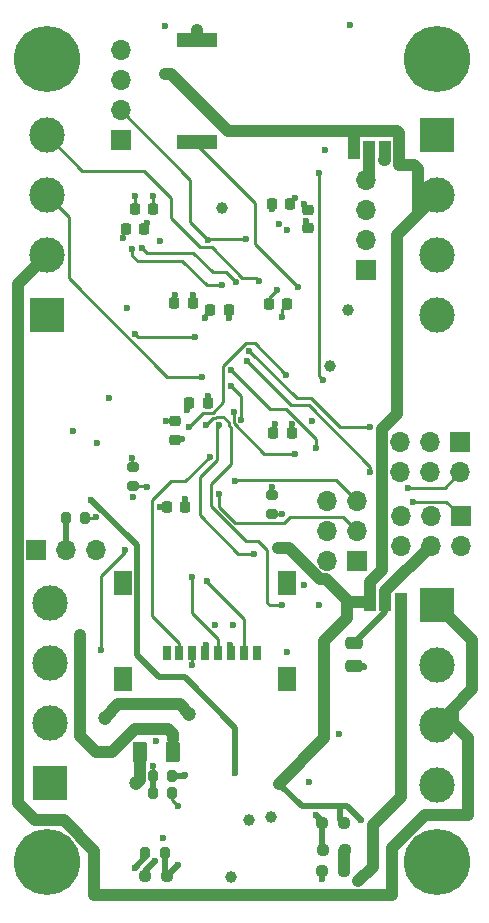
<source format=gbr>
%TF.GenerationSoftware,KiCad,Pcbnew,7.0.5*%
%TF.CreationDate,2023-08-09T18:59:09-07:00*%
%TF.ProjectId,lyra r1,6c797261-2072-4312-9e6b-696361645f70,rev?*%
%TF.SameCoordinates,Original*%
%TF.FileFunction,Copper,L4,Bot*%
%TF.FilePolarity,Positive*%
%FSLAX46Y46*%
G04 Gerber Fmt 4.6, Leading zero omitted, Abs format (unit mm)*
G04 Created by KiCad (PCBNEW 7.0.5) date 2023-08-09 18:59:09*
%MOMM*%
%LPD*%
G01*
G04 APERTURE LIST*
G04 Aperture macros list*
%AMRoundRect*
0 Rectangle with rounded corners*
0 $1 Rounding radius*
0 $2 $3 $4 $5 $6 $7 $8 $9 X,Y pos of 4 corners*
0 Add a 4 corners polygon primitive as box body*
4,1,4,$2,$3,$4,$5,$6,$7,$8,$9,$2,$3,0*
0 Add four circle primitives for the rounded corners*
1,1,$1+$1,$2,$3*
1,1,$1+$1,$4,$5*
1,1,$1+$1,$6,$7*
1,1,$1+$1,$8,$9*
0 Add four rect primitives between the rounded corners*
20,1,$1+$1,$2,$3,$4,$5,0*
20,1,$1+$1,$4,$5,$6,$7,0*
20,1,$1+$1,$6,$7,$8,$9,0*
20,1,$1+$1,$8,$9,$2,$3,0*%
G04 Aperture macros list end*
%TA.AperFunction,ComponentPad*%
%ADD10C,5.600000*%
%TD*%
%TA.AperFunction,ComponentPad*%
%ADD11R,1.700000X1.700000*%
%TD*%
%TA.AperFunction,ComponentPad*%
%ADD12O,1.700000X1.700000*%
%TD*%
%TA.AperFunction,ComponentPad*%
%ADD13R,3.000000X3.000000*%
%TD*%
%TA.AperFunction,ComponentPad*%
%ADD14C,3.000000*%
%TD*%
%TA.AperFunction,SMDPad,CuDef*%
%ADD15RoundRect,0.237500X-0.250000X-0.237500X0.250000X-0.237500X0.250000X0.237500X-0.250000X0.237500X0*%
%TD*%
%TA.AperFunction,SMDPad,CuDef*%
%ADD16RoundRect,0.200000X-0.275000X0.200000X-0.275000X-0.200000X0.275000X-0.200000X0.275000X0.200000X0*%
%TD*%
%TA.AperFunction,SMDPad,CuDef*%
%ADD17RoundRect,0.225000X-0.225000X-0.250000X0.225000X-0.250000X0.225000X0.250000X-0.225000X0.250000X0*%
%TD*%
%TA.AperFunction,SMDPad,CuDef*%
%ADD18RoundRect,0.225000X0.225000X0.250000X-0.225000X0.250000X-0.225000X-0.250000X0.225000X-0.250000X0*%
%TD*%
%TA.AperFunction,SMDPad,CuDef*%
%ADD19RoundRect,0.200000X0.200000X0.275000X-0.200000X0.275000X-0.200000X-0.275000X0.200000X-0.275000X0*%
%TD*%
%TA.AperFunction,SMDPad,CuDef*%
%ADD20RoundRect,0.200000X-0.200000X-0.275000X0.200000X-0.275000X0.200000X0.275000X-0.200000X0.275000X0*%
%TD*%
%TA.AperFunction,SMDPad,CuDef*%
%ADD21R,1.000000X1.500000*%
%TD*%
%TA.AperFunction,SMDPad,CuDef*%
%ADD22RoundRect,0.225000X0.250000X-0.225000X0.250000X0.225000X-0.250000X0.225000X-0.250000X-0.225000X0*%
%TD*%
%TA.AperFunction,SMDPad,CuDef*%
%ADD23RoundRect,0.225000X-0.250000X0.225000X-0.250000X-0.225000X0.250000X-0.225000X0.250000X0.225000X0*%
%TD*%
%TA.AperFunction,SMDPad,CuDef*%
%ADD24RoundRect,0.250000X0.375000X0.625000X-0.375000X0.625000X-0.375000X-0.625000X0.375000X-0.625000X0*%
%TD*%
%TA.AperFunction,SMDPad,CuDef*%
%ADD25R,3.400000X1.300000*%
%TD*%
%TA.AperFunction,SMDPad,CuDef*%
%ADD26R,1.500000X2.000000*%
%TD*%
%TA.AperFunction,SMDPad,CuDef*%
%ADD27R,0.800000X1.200000*%
%TD*%
%TA.AperFunction,SMDPad,CuDef*%
%ADD28RoundRect,0.237500X0.250000X0.237500X-0.250000X0.237500X-0.250000X-0.237500X0.250000X-0.237500X0*%
%TD*%
%TA.AperFunction,SMDPad,CuDef*%
%ADD29RoundRect,0.250000X-0.475000X0.250000X-0.475000X-0.250000X0.475000X-0.250000X0.475000X0.250000X0*%
%TD*%
%TA.AperFunction,ViaPad*%
%ADD30C,0.600000*%
%TD*%
%TA.AperFunction,ViaPad*%
%ADD31C,1.000000*%
%TD*%
%TA.AperFunction,ViaPad*%
%ADD32C,1.200000*%
%TD*%
%TA.AperFunction,Conductor*%
%ADD33C,0.254000*%
%TD*%
%TA.AperFunction,Conductor*%
%ADD34C,1.000000*%
%TD*%
%TA.AperFunction,Conductor*%
%ADD35C,0.750000*%
%TD*%
%TA.AperFunction,Conductor*%
%ADD36C,0.500000*%
%TD*%
G04 APERTURE END LIST*
D10*
%TO.P,H1,1,1*%
%TO.N,GND*%
X128750000Y-86750000D03*
%TD*%
D11*
%TO.P,J6,1,Pin_1*%
%TO.N,SERVO3*%
X163790000Y-125460000D03*
D12*
%TO.P,J6,2,Pin_2*%
%TO.N,SERVO4*%
X163790000Y-128000000D03*
%TO.P,J6,3,Pin_3*%
%TO.N,SERVO POWER*%
X161250000Y-125460000D03*
%TO.P,J6,4,Pin_4*%
X161250000Y-128000000D03*
%TO.P,J6,5,Pin_5*%
%TO.N,GND*%
X158710000Y-125460000D03*
%TO.P,J6,6,Pin_6*%
X158710000Y-128000000D03*
%TD*%
D11*
%TO.P,J10,1,Pin_1*%
%TO.N,GND*%
X127827800Y-128320800D03*
D12*
%TO.P,J10,2,Pin_2*%
%TO.N,Net-(J10-Pin_2)*%
X130367800Y-128320800D03*
%TO.P,J10,3,Pin_3*%
%TO.N,+3V3*%
X132907800Y-128320800D03*
%TD*%
D13*
%TO.P,J12,1,Pin_1*%
%TO.N,ARM-*%
X161750000Y-133010000D03*
D14*
%TO.P,J12,2,Pin_2*%
%TO.N,P1-*%
X161750000Y-138090000D03*
%TO.P,J12,3,Pin_3*%
%TO.N,ARM-*%
X161750000Y-143170000D03*
%TO.P,J12,4,Pin_4*%
%TO.N,P2-*%
X161750000Y-148250000D03*
%TD*%
D13*
%TO.P,J11,1,Pin_1*%
%TO.N,+3V3*%
X161750000Y-93250000D03*
D14*
%TO.P,J11,2,Pin_2*%
%TO.N,+5V*%
X161750000Y-98330000D03*
%TO.P,J11,3,Pin_3*%
%TO.N,GND*%
X161750000Y-103410000D03*
%TO.P,J11,4,Pin_4*%
%TO.N,PA1*%
X161750000Y-108490000D03*
%TD*%
D11*
%TO.P,J8,1,Pin_1*%
%TO.N,GND*%
X155025000Y-129275000D03*
D12*
%TO.P,J8,2,Pin_2*%
%TO.N,SPI POWER*%
X152485000Y-129275000D03*
%TO.P,J8,3,Pin_3*%
%TO.N,SCK*%
X155025000Y-126735000D03*
%TO.P,J8,4,Pin_4*%
%TO.N,MOSI*%
X152485000Y-126735000D03*
%TO.P,J8,5,Pin_5*%
%TO.N,MISO*%
X155025000Y-124195000D03*
%TO.P,J8,6,Pin_6*%
%TO.N,CS BRKOUT*%
X152485000Y-124195000D03*
%TD*%
D13*
%TO.P,J5,1,Pin_1*%
%TO.N,+12P*%
X128750000Y-108490000D03*
D14*
%TO.P,J5,2,Pin_2*%
%TO.N,ARM-*%
X128750000Y-103410000D03*
%TO.P,J5,3,Pin_3*%
%TO.N,PB6*%
X128750000Y-98330000D03*
%TO.P,J5,4,Pin_4*%
%TO.N,PA4*%
X128750000Y-93250000D03*
%TD*%
D11*
%TO.P,J4,1,Pin_1*%
%TO.N,GND*%
X135000000Y-93620000D03*
D12*
%TO.P,J4,2,Pin_2*%
%TO.N,SDA*%
X135000000Y-91080000D03*
%TO.P,J4,3,Pin_3*%
%TO.N,SCL*%
X135000000Y-88540000D03*
%TO.P,J4,4,Pin_4*%
%TO.N,I2C POWER*%
X135000000Y-86000000D03*
%TD*%
D13*
%TO.P,J3,1,Pin_1*%
%TO.N,BATT PRESWITCH*%
X129000000Y-148120000D03*
D14*
%TO.P,J3,2,Pin_2*%
%TO.N,GND*%
X129000000Y-143040000D03*
%TO.P,J3,3,Pin_3*%
%TO.N,BATT PRESWITCH*%
X129000000Y-137960000D03*
%TO.P,J3,4,Pin_4*%
%TO.N,+BATT*%
X129000000Y-132880000D03*
%TD*%
D11*
%TO.P,J2,1,Pin_1*%
%TO.N,GND*%
X155750000Y-104620000D03*
D12*
%TO.P,J2,2,Pin_2*%
%TO.N,USART2 TX*%
X155750000Y-102080000D03*
%TO.P,J2,3,Pin_3*%
%TO.N,USART2 RX*%
X155750000Y-99540000D03*
%TO.P,J2,4,Pin_4*%
%TO.N,UART POWER*%
X155750000Y-97000000D03*
%TD*%
D10*
%TO.P,H4,1,1*%
%TO.N,GND*%
X161750000Y-154750000D03*
%TD*%
%TO.P,H2,1,1*%
%TO.N,GND*%
X161750000Y-86750000D03*
%TD*%
D11*
%TO.P,J7,1,Pin_1*%
%TO.N,SERVO1*%
X163775000Y-119210000D03*
D12*
%TO.P,J7,2,Pin_2*%
%TO.N,SERVO2*%
X163775000Y-121750000D03*
%TO.P,J7,3,Pin_3*%
%TO.N,SERVO POWER*%
X161235000Y-119210000D03*
%TO.P,J7,4,Pin_4*%
X161235000Y-121750000D03*
%TO.P,J7,5,Pin_5*%
%TO.N,GND*%
X158695000Y-119210000D03*
%TO.P,J7,6,Pin_6*%
X158695000Y-121750000D03*
%TD*%
D10*
%TO.P,H3,1,1*%
%TO.N,GND*%
X128750000Y-154750000D03*
%TD*%
D15*
%TO.P,R3,1*%
%TO.N,Net-(U2-ADJ)*%
X152175000Y-153750000D03*
%TO.P,R3,2*%
%TO.N,Net-(R3-Pad2)*%
X154000000Y-153750000D03*
%TD*%
D16*
%TO.P,R11,1*%
%TO.N,Net-(D3-A)*%
X136042400Y-121298200D03*
%TO.P,R11,2*%
%TO.N,+3V3*%
X136042400Y-122948200D03*
%TD*%
D17*
%TO.P,C22,1*%
%TO.N,GND*%
X139560000Y-107442000D03*
%TO.P,C22,2*%
%TO.N,+3V3*%
X141110000Y-107442000D03*
%TD*%
D18*
%TO.P,C6,1*%
%TO.N,+3V3*%
X137020600Y-101193600D03*
%TO.P,C6,2*%
%TO.N,GND*%
X135470600Y-101193600D03*
%TD*%
D19*
%TO.P,R1,1*%
%TO.N,Net-(U1-ADJ)*%
X138750000Y-154000000D03*
%TO.P,R1,2*%
%TO.N,GND*%
X137100000Y-154000000D03*
%TD*%
D20*
%TO.P,R14,1*%
%TO.N,BATT SENSE*%
X137732000Y-147471000D03*
%TO.P,R14,2*%
%TO.N,GND*%
X139382000Y-147471000D03*
%TD*%
D18*
%TO.P,C8,1*%
%TO.N,+3V3*%
X149365000Y-99060000D03*
%TO.P,C8,2*%
%TO.N,GND*%
X147815000Y-99060000D03*
%TD*%
D17*
%TO.P,C20,1*%
%TO.N,GND*%
X147942000Y-118491000D03*
%TO.P,C20,2*%
%TO.N,+3V3*%
X149492000Y-118491000D03*
%TD*%
D15*
%TO.P,R5,1*%
%TO.N,+3V3*%
X137087500Y-156000000D03*
%TO.P,R5,2*%
%TO.N,Net-(U1-ADJ)*%
X138912500Y-156000000D03*
%TD*%
D19*
%TO.P,R13,1*%
%TO.N,+12V*%
X139382000Y-148971000D03*
%TO.P,R13,2*%
%TO.N,BATT SENSE*%
X137732000Y-148971000D03*
%TD*%
D21*
%TO.P,JP2,1,A*%
%TO.N,+3V3*%
X157357600Y-94488000D03*
%TO.P,JP2,2,C*%
%TO.N,UART POWER*%
X156057600Y-94488000D03*
%TO.P,JP2,3,B*%
%TO.N,+5V*%
X154757600Y-94488000D03*
%TD*%
D17*
%TO.P,C5,1*%
%TO.N,+3V3*%
X136225000Y-99466400D03*
%TO.P,C5,2*%
%TO.N,GND*%
X137775000Y-99466400D03*
%TD*%
%TO.P,C14,1*%
%TO.N,Net-(U7-VCAP_2)*%
X140830000Y-115951000D03*
%TO.P,C14,2*%
%TO.N,GND*%
X142380000Y-115951000D03*
%TD*%
D19*
%TO.P,R19,1*%
%TO.N,BOOT0*%
X131990600Y-125628400D03*
%TO.P,R19,2*%
%TO.N,Net-(J10-Pin_2)*%
X130340600Y-125628400D03*
%TD*%
D22*
%TO.P,C21,1*%
%TO.N,GND*%
X139573000Y-119012000D03*
%TO.P,C21,2*%
%TO.N,+3V3*%
X139573000Y-117462000D03*
%TD*%
D17*
%TO.P,C10,1*%
%TO.N,GND*%
X138925000Y-124714000D03*
%TO.P,C10,2*%
%TO.N,+3V3*%
X140475000Y-124714000D03*
%TD*%
D18*
%TO.P,C17,1*%
%TO.N,GND*%
X149111000Y-107569000D03*
%TO.P,C17,2*%
%TO.N,+3V3*%
X147561000Y-107569000D03*
%TD*%
D23*
%TO.P,C7,1*%
%TO.N,+3V3*%
X150876000Y-99555000D03*
%TO.P,C7,2*%
%TO.N,GND*%
X150876000Y-101105000D03*
%TD*%
D24*
%TO.P,F2,1*%
%TO.N,+12P*%
X139423600Y-145491200D03*
%TO.P,F2,2*%
%TO.N,Net-(F2-Pad2)*%
X136623600Y-145491200D03*
%TD*%
D25*
%TO.P,LS1,1,+*%
%TO.N,BUZZER*%
X141500000Y-93850000D03*
%TO.P,LS1,2,-*%
%TO.N,GND*%
X141500000Y-85150000D03*
%TD*%
D26*
%TO.P,J9,MP1,MP1*%
%TO.N,unconnected-(J9-PadMP1)*%
X149058000Y-139318000D03*
%TO.P,J9,MP2,MP2*%
%TO.N,unconnected-(J9-PadMP2)*%
X135168000Y-139318000D03*
%TO.P,J9,MP3,MP3*%
%TO.N,unconnected-(J9-PadMP3)*%
X135168000Y-131118000D03*
%TO.P,J9,MP4,MP4*%
%TO.N,unconnected-(J9-PadMP4)*%
X149058000Y-131118000D03*
D27*
%TO.P,J9,P1,DAT2*%
%TO.N,unconnected-(J9-DAT2-PadP1)*%
X138888000Y-137118000D03*
%TO.P,J9,P2,CD/DAT3*%
%TO.N,CS SD*%
X139988000Y-137118000D03*
%TO.P,J9,P3,CMD*%
%TO.N,MOSI*%
X141088000Y-137118000D03*
%TO.P,J9,P4,VDD*%
%TO.N,+3V3*%
X142188000Y-137118000D03*
%TO.P,J9,P5,CLK*%
%TO.N,SCK*%
X143288000Y-137118000D03*
%TO.P,J9,P6,VSS*%
%TO.N,GND*%
X144388000Y-137118000D03*
%TO.P,J9,P7,DAT0*%
%TO.N,MISO*%
X145488000Y-137118000D03*
%TO.P,J9,P8,DAT1*%
%TO.N,unconnected-(J9-DAT1-PadP8)*%
X146588000Y-137118000D03*
%TD*%
D28*
%TO.P,R6,1*%
%TO.N,+5V*%
X153912500Y-151500000D03*
%TO.P,R6,2*%
%TO.N,Net-(U2-ADJ)*%
X152087500Y-151500000D03*
%TD*%
%TO.P,R4,1*%
%TO.N,Net-(R3-Pad2)*%
X153912500Y-155500000D03*
%TO.P,R4,2*%
%TO.N,GND*%
X152087500Y-155500000D03*
%TD*%
D16*
%TO.P,R7,1*%
%TO.N,Net-(D5-A)*%
X147828000Y-123675000D03*
%TO.P,R7,2*%
%TO.N,+3V3*%
X147828000Y-125325000D03*
%TD*%
D21*
%TO.P,JP4,1,A*%
%TO.N,+12V*%
X158729200Y-132801100D03*
%TO.P,JP4,2,C*%
%TO.N,SERVO POWER*%
X157429200Y-132801100D03*
%TO.P,JP4,3,B*%
%TO.N,+5V*%
X156129200Y-132801100D03*
%TD*%
D17*
%TO.P,C13,1*%
%TO.N,Net-(U7-VCAP_1)*%
X142608000Y-108077000D03*
%TO.P,C13,2*%
%TO.N,GND*%
X144158000Y-108077000D03*
%TD*%
D29*
%TO.P,C15,1*%
%TO.N,SERVO POWER*%
X154787600Y-136260800D03*
%TO.P,C15,2*%
%TO.N,GND*%
X154787600Y-138160800D03*
%TD*%
D30*
%TO.N,GND*%
X152349200Y-94488000D03*
X154432000Y-83921600D03*
D31*
%TO.N,+12P*%
X131572000Y-135534400D03*
D30*
%TO.N,+12V*%
X155143200Y-156381600D03*
X139903200Y-150063200D03*
%TO.N,GND*%
X151790400Y-133045200D03*
X144153145Y-108743021D03*
X144526000Y-134747000D03*
X137972800Y-144526000D03*
X150672800Y-100504500D03*
X148437600Y-100736400D03*
X138328400Y-102158800D03*
X152095200Y-156210000D03*
X153466800Y-143967200D03*
X141478000Y-84328000D03*
D31*
X152755600Y-112776000D03*
D30*
X140462000Y-147421600D03*
X139573000Y-106807000D03*
X134010400Y-115519200D03*
X144285000Y-136398000D03*
X142367000Y-115316000D03*
X140208000Y-118999000D03*
X137718800Y-98399600D03*
D31*
X144373600Y-156083000D03*
D30*
X135534400Y-107848400D03*
X149117900Y-137038500D03*
X136042400Y-123850400D03*
D31*
X147777200Y-150926800D03*
D30*
X148082000Y-117729000D03*
X136194800Y-155244800D03*
X147815000Y-99499484D03*
X155651200Y-138226800D03*
D31*
X145846800Y-151180800D03*
D30*
X150926800Y-148031200D03*
X138303000Y-124714000D03*
X148660622Y-108669025D03*
X131013200Y-118262400D03*
X135229600Y-101955600D03*
%TO.N,+3V3*%
X137210800Y-100685600D03*
X138734800Y-83972400D03*
D31*
X157327600Y-95351600D03*
D30*
X149479000Y-117729000D03*
X149809200Y-98552000D03*
X136245600Y-98399600D03*
X148699502Y-125349000D03*
X137922000Y-154686000D03*
X138582400Y-152755600D03*
X143002000Y-134747000D03*
X138874500Y-117411500D03*
X140462000Y-124079000D03*
X142240000Y-136398000D03*
X137241900Y-122986800D03*
X150495000Y-99060000D03*
D31*
X143560800Y-99423500D03*
D30*
X148234400Y-106375200D03*
X151231600Y-117398800D03*
X149098000Y-101244400D03*
D31*
X154228800Y-108000800D03*
D30*
X150520400Y-131318000D03*
X141097000Y-106807000D03*
X132994400Y-119329200D03*
D31*
%TO.N,+5V*%
X148336000Y-128219200D03*
D30*
X155346400Y-151231600D03*
X148386800Y-148132800D03*
X138734800Y-88036400D03*
%TO.N,RESET*%
X152146000Y-113995200D03*
X151790400Y-96469200D03*
%TO.N,Net-(U7-VCAP_1)*%
X142181839Y-108682460D03*
%TO.N,Net-(U7-VCAP_2)*%
X140586404Y-116488497D03*
%TO.N,VBUS*%
X132537200Y-124104400D03*
X144729200Y-147269200D03*
%TO.N,Net-(D5-A)*%
X147828000Y-123063000D03*
%TO.N,Net-(D3-A)*%
X135991600Y-120548400D03*
D31*
%TO.N,+12P*%
X139446000Y-144373600D03*
D32*
%TO.N,Net-(F2-Pad2)*%
X136347200Y-148082000D03*
%TO.N,BATT PRESWITCH*%
X140817600Y-142240000D03*
X133654800Y-142595600D03*
D30*
%TO.N,MOSI*%
X141020800Y-138125200D03*
%TO.N,MISO*%
X144678400Y-122478800D03*
X142341600Y-131013200D03*
%TO.N,SCK*%
X141071600Y-130657600D03*
X143353807Y-123592607D03*
%TO.N,CS BRKOUT*%
X144594693Y-116703607D03*
X149758400Y-120192800D03*
%TO.N,SDA*%
X145592800Y-102057200D03*
X142403596Y-102108500D03*
%TO.N,SERVO3*%
X159735500Y-124256800D03*
%TO.N,SERVO4*%
X144365691Y-113134409D03*
X151575997Y-119746803D03*
%TO.N,SERVO1*%
X156151566Y-117979441D03*
X145846800Y-111506000D03*
%TO.N,SERVO2*%
X156145500Y-121767600D03*
X159359600Y-123088400D03*
X145694400Y-112318800D03*
%TO.N,CS SD*%
X142544800Y-120446800D03*
%TO.N,BOOT0*%
X132921623Y-125548777D03*
%TO.N,BUZZER*%
X150059003Y-106117003D03*
%TO.N,P1 EN*%
X148640800Y-133045200D03*
X142256662Y-117786651D03*
%TO.N,P2 EN*%
X143345224Y-117751604D03*
X146304000Y-128676400D03*
%TO.N,Net-(U1-ADJ)*%
X139903200Y-155041600D03*
%TO.N,Net-(U2-ADJ)*%
X151587200Y-150825200D03*
%TO.N,BATT SENSE*%
X137718800Y-146659600D03*
X149037019Y-113557932D03*
X135382000Y-128320800D03*
X133350000Y-136804400D03*
X140803403Y-117943403D03*
%TO.N,GYRO INT4*%
X136006446Y-102868933D03*
X143626500Y-105954723D03*
%TO.N,GYRO INT3*%
X144768797Y-105675203D03*
X136804400Y-102819200D03*
%TO.N,PA4*%
X146703457Y-105555457D03*
%TO.N,PYRO SENSE*%
X136194800Y-110075000D03*
X141325600Y-110337600D03*
%TO.N,PB6*%
X141884400Y-113690400D03*
X145237200Y-117364900D03*
X144373600Y-114452400D03*
%TD*%
D33*
%TO.N,GND*%
X137718800Y-99410200D02*
X137775000Y-99466400D01*
X137718800Y-98399600D02*
X137718800Y-99410200D01*
%TO.N,+3V3*%
X136245600Y-98399600D02*
X136245600Y-99445800D01*
X136245600Y-99445800D02*
X136225000Y-99466400D01*
X137210800Y-100685600D02*
X137020600Y-100875800D01*
X137020600Y-100875800D02*
X137020600Y-101193600D01*
%TO.N,GYRO INT3*%
X137210800Y-103225600D02*
X136804400Y-102819200D01*
X142798800Y-104851200D02*
X141173200Y-103225600D01*
X141173200Y-103225600D02*
X137210800Y-103225600D01*
X143944794Y-104851200D02*
X142798800Y-104851200D01*
X144768797Y-105675203D02*
X143944794Y-104851200D01*
D34*
%TO.N,BATT PRESWITCH*%
X134823200Y-141427200D02*
X140004800Y-141427200D01*
X133654800Y-142595600D02*
X134823200Y-141427200D01*
X140004800Y-141427200D02*
X140817600Y-142240000D01*
%TO.N,+12P*%
X131572000Y-144068800D02*
X131572000Y-135534400D01*
X134264400Y-145440400D02*
X132943600Y-145440400D01*
X136178800Y-143526000D02*
X134264400Y-145440400D01*
X139004800Y-143526000D02*
X136178800Y-143526000D01*
X139446000Y-143967200D02*
X139004800Y-143526000D01*
X132943600Y-145440400D02*
X131572000Y-144068800D01*
X139446000Y-144373600D02*
X139446000Y-143967200D01*
D35*
X139423600Y-145491200D02*
X139423600Y-144739363D01*
D36*
%TO.N,VBUS*%
X140462000Y-139141200D02*
X144729200Y-143408400D01*
X144729200Y-143408400D02*
X144729200Y-147269200D01*
X136368000Y-137231600D02*
X138277600Y-139141200D01*
X136368000Y-127935200D02*
X136368000Y-137231600D01*
X138277600Y-139141200D02*
X140462000Y-139141200D01*
X132537200Y-124104400D02*
X136368000Y-127935200D01*
D34*
%TO.N,+5V*%
X154382914Y-132801100D02*
X156129200Y-132801100D01*
X154162000Y-132580186D02*
X154382914Y-132801100D01*
%TO.N,+12V*%
X156362400Y-151638000D02*
X156362400Y-155162400D01*
X158729200Y-149271200D02*
X156362400Y-151638000D01*
X156362400Y-155162400D02*
X155143200Y-156381600D01*
X158729200Y-132801100D02*
X158729200Y-149271200D01*
D36*
%TO.N,+5V*%
X155346400Y-151231600D02*
X154190000Y-150075200D01*
X154190000Y-150075200D02*
X153619200Y-150075200D01*
D33*
%TO.N,GYRO INT4*%
X136006446Y-103443646D02*
X136006446Y-102868933D01*
X140208000Y-103886000D02*
X136448800Y-103886000D01*
X142276723Y-105954723D02*
X140208000Y-103886000D01*
X143626500Y-105954723D02*
X142276723Y-105954723D01*
X136448800Y-103886000D02*
X136006446Y-103443646D01*
%TO.N,PA4*%
X131766000Y-96266000D02*
X128750000Y-93250000D01*
X139242800Y-98552000D02*
X136956800Y-96266000D01*
X141698600Y-102735000D02*
X139242800Y-100279200D01*
X139242800Y-100279200D02*
X139242800Y-98552000D01*
X145317451Y-105337851D02*
X142714600Y-102735000D01*
X142714600Y-102735000D02*
X141698600Y-102735000D01*
X146485851Y-105337851D02*
X145317451Y-105337851D01*
X136956800Y-96266000D02*
X131766000Y-96266000D01*
X146703457Y-105555457D02*
X146485851Y-105337851D01*
%TO.N,SDA*%
X140919200Y-96999200D02*
X135000000Y-91080000D01*
X140919200Y-100624104D02*
X140919200Y-96999200D01*
X142403596Y-102108500D02*
X140919200Y-100624104D01*
%TO.N,BUZZER*%
X141500000Y-94052800D02*
X141500000Y-93850000D01*
X146405600Y-98958400D02*
X141500000Y-94052800D01*
X146405600Y-102463600D02*
X146405600Y-98958400D01*
X150059003Y-106117003D02*
X146405600Y-102463600D01*
%TO.N,CS SD*%
X137676000Y-124096400D02*
X137676000Y-133916800D01*
X139242800Y-122529600D02*
X137676000Y-124096400D01*
X140462000Y-122529600D02*
X139242800Y-122529600D01*
X137676000Y-133916800D02*
X139988000Y-136228800D01*
X139988000Y-136228800D02*
X139988000Y-137118000D01*
X142544800Y-120446800D02*
X140462000Y-122529600D01*
%TO.N,P1 EN*%
X142256662Y-117765426D02*
X142256662Y-117786651D01*
X142793088Y-117229000D02*
X142256662Y-117765426D01*
X143134699Y-117094000D02*
X142999699Y-117229000D01*
X143713200Y-117094000D02*
X143134699Y-117094000D01*
X144140693Y-117521493D02*
X143713200Y-117094000D01*
X144140693Y-117797158D02*
X144140693Y-117521493D01*
X144373600Y-118030065D02*
X144140693Y-117797158D01*
X144373600Y-121056400D02*
X144373600Y-118030065D01*
X142646400Y-124651512D02*
X142646400Y-122783600D01*
X145604488Y-127609600D02*
X142646400Y-124651512D01*
X147421600Y-128371600D02*
X146659600Y-127609600D01*
X142999699Y-117229000D02*
X142793088Y-117229000D01*
X142646400Y-122783600D02*
X144373600Y-121056400D01*
X147624800Y-133045200D02*
X147421600Y-132842000D01*
X148640800Y-133045200D02*
X147624800Y-133045200D01*
X147421600Y-132842000D02*
X147421600Y-128371600D01*
X146659600Y-127609600D02*
X145604488Y-127609600D01*
%TO.N,SERVO4*%
X147614082Y-116382800D02*
X144365691Y-113134409D01*
X149019512Y-116382800D02*
X147614082Y-116382800D01*
X151575997Y-118939285D02*
X149019512Y-116382800D01*
X151575997Y-119746803D02*
X151575997Y-118939285D01*
D34*
%TO.N,+5V*%
X160223200Y-96134400D02*
X159816800Y-95728000D01*
X160223200Y-99856800D02*
X160223200Y-96134400D01*
X159885000Y-100195000D02*
X160223200Y-99856800D01*
D33*
%TO.N,+12V*%
X139382000Y-149542000D02*
X139903200Y-150063200D01*
X139382000Y-148971000D02*
X139382000Y-149542000D01*
%TO.N,GND*%
X142380000Y-115329000D02*
X142367000Y-115316000D01*
D36*
X155585200Y-138160800D02*
X155651200Y-138226800D01*
X140412600Y-147471000D02*
X140462000Y-147421600D01*
D33*
X150672800Y-100504500D02*
X150876000Y-100707700D01*
D36*
X144158000Y-108077000D02*
X144158000Y-108738166D01*
D33*
X140195000Y-119012000D02*
X140208000Y-118999000D01*
X139573000Y-119012000D02*
X140195000Y-119012000D01*
X135229600Y-101434600D02*
X135470600Y-101193600D01*
X147815000Y-99499484D02*
X147815000Y-99060000D01*
D34*
X141500000Y-85150000D02*
X141500000Y-84350000D01*
D33*
X135229600Y-101955600D02*
X135229600Y-101434600D01*
X148660622Y-108019378D02*
X149111000Y-107569000D01*
D36*
X139382000Y-147471000D02*
X140412600Y-147471000D01*
D33*
X138925000Y-124714000D02*
X138303000Y-124714000D01*
X148082000Y-118351000D02*
X147942000Y-118491000D01*
X148660622Y-108669025D02*
X148660622Y-108019378D01*
D36*
X154787600Y-138160800D02*
X155585200Y-138160800D01*
D34*
X141500000Y-84350000D02*
X141478000Y-84328000D01*
D36*
X152087500Y-156202300D02*
X152095200Y-156210000D01*
D33*
X142380000Y-115951000D02*
X142380000Y-115329000D01*
D36*
X144158000Y-108738166D02*
X144153145Y-108743021D01*
X152087500Y-155500000D02*
X152087500Y-156202300D01*
X137100000Y-154339600D02*
X137100000Y-154000000D01*
D33*
X148082000Y-117729000D02*
X148082000Y-118351000D01*
X139560000Y-107442000D02*
X139560000Y-106820000D01*
D36*
X136194800Y-155244800D02*
X137100000Y-154339600D01*
D33*
X150876000Y-100707700D02*
X150876000Y-101105000D01*
X139560000Y-106820000D02*
X139573000Y-106807000D01*
%TO.N,+3V3*%
X147561000Y-107048600D02*
X147561000Y-107569000D01*
X141097000Y-106807000D02*
X141097000Y-107429000D01*
D36*
X137087500Y-155520500D02*
X137922000Y-154686000D01*
D33*
X148234400Y-106375200D02*
X147561000Y-107048600D01*
D34*
X157357600Y-95321600D02*
X157327600Y-95351600D01*
D33*
X140462000Y-124701000D02*
X140475000Y-124714000D01*
X142240000Y-136398000D02*
X142130000Y-136508000D01*
X141097000Y-107429000D02*
X141110000Y-107442000D01*
X137203300Y-122948200D02*
X137241900Y-122986800D01*
X149479000Y-117729000D02*
X149479000Y-118478000D01*
D34*
X157357600Y-94488000D02*
X157357600Y-95321600D01*
D33*
X148675502Y-125325000D02*
X148699502Y-125349000D01*
X149479000Y-118478000D02*
X149492000Y-118491000D01*
X147828000Y-125325000D02*
X148675502Y-125325000D01*
X136042400Y-122948200D02*
X137203300Y-122948200D01*
D36*
X137087500Y-156000000D02*
X137087500Y-155520500D01*
D33*
X140462000Y-124079000D02*
X140462000Y-124701000D01*
D34*
%TO.N,+5V*%
X149237168Y-128219200D02*
X148336000Y-128219200D01*
X158557600Y-95728000D02*
X158557600Y-93038000D01*
D36*
X153619200Y-151206700D02*
X153912500Y-151500000D01*
X150329200Y-150075200D02*
X148386800Y-148132800D01*
D34*
X157145000Y-130035300D02*
X157145000Y-118089400D01*
X154757600Y-93086400D02*
X154584400Y-92913200D01*
X159885000Y-100195000D02*
X161750000Y-98330000D01*
X158394400Y-101685600D02*
X159885000Y-100195000D01*
X151842968Y-130825000D02*
X149237168Y-128219200D01*
X144105232Y-92913200D02*
X139228432Y-88036400D01*
X139228432Y-88036400D02*
X138734800Y-88036400D01*
X158432800Y-92913200D02*
X154584400Y-92913200D01*
X157145000Y-118089400D02*
X158394400Y-116840000D01*
X148386800Y-148132800D02*
X152231600Y-144288000D01*
X159816800Y-95728000D02*
X158557600Y-95728000D01*
X152406814Y-130825000D02*
X151842968Y-130825000D01*
X158557600Y-93038000D02*
X158432800Y-92913200D01*
X154061400Y-134198600D02*
X154162000Y-134098000D01*
X154757600Y-94488000D02*
X154757600Y-93086400D01*
X156129200Y-131051100D02*
X157145000Y-130035300D01*
X152231600Y-144288000D02*
X152231600Y-136028400D01*
X154162000Y-132580186D02*
X152406814Y-130825000D01*
X152231600Y-136028400D02*
X154061400Y-134198600D01*
X158394400Y-116840000D02*
X158394400Y-101685600D01*
X154584400Y-92913200D02*
X144105232Y-92913200D01*
X156129200Y-132801100D02*
X156129200Y-131051100D01*
X154162000Y-134098000D02*
X154162000Y-132580186D01*
D36*
X153619200Y-150075200D02*
X150329200Y-150075200D01*
X153619200Y-150075200D02*
X153619200Y-151206700D01*
D33*
%TO.N,RESET*%
X151790400Y-113639600D02*
X152146000Y-113995200D01*
X151790400Y-96469200D02*
X151790400Y-113639600D01*
%TO.N,Net-(U7-VCAP_1)*%
X142181839Y-108682460D02*
X142181839Y-108376161D01*
X142181839Y-108376161D02*
X142608000Y-107950000D01*
%TO.N,Net-(U7-VCAP_2)*%
X140586404Y-116488497D02*
X140623479Y-116488497D01*
X140586404Y-116488497D02*
X140656000Y-116418901D01*
X140586404Y-116194596D02*
X140830000Y-115951000D01*
%TO.N,Net-(D5-A)*%
X147828000Y-123063000D02*
X147828000Y-123675000D01*
%TO.N,Net-(D3-A)*%
X135991600Y-121247400D02*
X136042400Y-121298200D01*
X135991600Y-120548400D02*
X135991600Y-121247400D01*
D34*
%TO.N,Net-(F2-Pad2)*%
X136623600Y-147805600D02*
X136347200Y-148082000D01*
X136623600Y-145491200D02*
X136623600Y-147805600D01*
%TO.N,ARM-*%
X163102600Y-142985800D02*
X163102600Y-141817400D01*
X126277800Y-105882200D02*
X126277800Y-149797800D01*
X164388800Y-144272000D02*
X163102600Y-142985800D01*
X161750000Y-133010000D02*
X164750000Y-136010000D01*
X163102600Y-141817400D02*
X161750000Y-143170000D01*
X132791200Y-157581600D02*
X157988000Y-157581600D01*
X126277800Y-149797800D02*
X127711600Y-151231600D01*
X160775852Y-150774400D02*
X164388800Y-150774400D01*
X128750000Y-103410000D02*
X126277800Y-105882200D01*
X164750000Y-136010000D02*
X164750000Y-140170000D01*
X157988000Y-153562252D02*
X160775852Y-150774400D01*
X130181348Y-151231600D02*
X132791200Y-153841452D01*
X132791200Y-153841452D02*
X132791200Y-157581600D01*
X157988000Y-157581600D02*
X157988000Y-153562252D01*
X164750000Y-140170000D02*
X163102600Y-141817400D01*
X127711600Y-151231600D02*
X130181348Y-151231600D01*
X164388800Y-150774400D02*
X164388800Y-144272000D01*
%TO.N,UART POWER*%
X156057600Y-94488000D02*
X156057600Y-96692400D01*
D33*
%TO.N,MOSI*%
X141020800Y-137185200D02*
X141088000Y-137118000D01*
X141020800Y-138125200D02*
X141020800Y-137185200D01*
%TO.N,MISO*%
X142341600Y-131013200D02*
X142341600Y-131055246D01*
X153258000Y-122428000D02*
X155025000Y-124195000D01*
X144678400Y-122478800D02*
X144729200Y-122428000D01*
X142341600Y-131055246D02*
X145488000Y-134201646D01*
X145488000Y-134201646D02*
X145488000Y-137118000D01*
X144729200Y-122428000D02*
X153258000Y-122428000D01*
%TO.N,SCK*%
X143353807Y-124710207D02*
X144729200Y-126085600D01*
X149377214Y-125558000D02*
X153848000Y-125558000D01*
X144729200Y-126085600D02*
X148849614Y-126085600D01*
X148849614Y-126085600D02*
X149377214Y-125558000D01*
X141071600Y-133703312D02*
X141071600Y-130657600D01*
X143353807Y-123592607D02*
X143353807Y-124710207D01*
X153848000Y-125558000D02*
X155025000Y-126735000D01*
X143288000Y-135919712D02*
X141071600Y-133703312D01*
X143288000Y-137118000D02*
X143288000Y-135919712D01*
%TO.N,CS BRKOUT*%
X147178388Y-120192800D02*
X149758400Y-120192800D01*
X144594693Y-116703607D02*
X144594693Y-117609105D01*
X144594693Y-117609105D02*
X147178388Y-120192800D01*
%TO.N,SDA*%
X145592800Y-102057200D02*
X142454896Y-102057200D01*
X142454896Y-102057200D02*
X142403596Y-102108500D01*
%TO.N,SERVO3*%
X162586800Y-124256800D02*
X163790000Y-125460000D01*
X159735500Y-124256800D02*
X162586800Y-124256800D01*
D36*
%TO.N,SERVO POWER*%
X154787600Y-136260800D02*
X157429200Y-133619200D01*
X157429200Y-133619200D02*
X157429200Y-132801100D01*
D34*
X157429200Y-132801100D02*
X157429200Y-131820800D01*
X157429200Y-131820800D02*
X161250000Y-128000000D01*
D33*
%TO.N,SERVO1*%
X151130000Y-115519200D02*
X149910800Y-115519200D01*
X156151566Y-117979441D02*
X153590241Y-117979441D01*
X151638000Y-116027200D02*
X151130000Y-115519200D01*
X149910800Y-115519200D02*
X145897600Y-111506000D01*
X153590241Y-117979441D02*
X151638000Y-116027200D01*
X145897600Y-111506000D02*
X145846800Y-111506000D01*
%TO.N,SERVO2*%
X159359600Y-123088400D02*
X162436600Y-123088400D01*
X150926800Y-116078000D02*
X149453600Y-116078000D01*
X149453600Y-116078000D02*
X145694400Y-112318800D01*
X162436600Y-123088400D02*
X163775000Y-121750000D01*
X156145500Y-121767600D02*
X156145500Y-121296700D01*
X156145500Y-121296700D02*
X150926800Y-116078000D01*
%TO.N,BOOT0*%
X131990600Y-125628400D02*
X132842000Y-125628400D01*
X132842000Y-125628400D02*
X132921623Y-125548777D01*
%TO.N,P2 EN*%
X143171800Y-118025800D02*
X143171800Y-120734200D01*
X143171800Y-120734200D02*
X141706000Y-122200000D01*
X144983200Y-128676400D02*
X146304000Y-128676400D01*
X141706000Y-122200000D02*
X141706000Y-125399200D01*
X141706000Y-125399200D02*
X144983200Y-128676400D01*
X143345224Y-117852376D02*
X143171800Y-118025800D01*
X143345224Y-117751604D02*
X143345224Y-117852376D01*
D36*
%TO.N,Net-(U1-ADJ)*%
X138944800Y-156000000D02*
X139903200Y-155041600D01*
X138912500Y-156000000D02*
X138944800Y-156000000D01*
X138750000Y-155837500D02*
X138912500Y-156000000D01*
X138750000Y-154000000D02*
X138750000Y-155837500D01*
%TO.N,Net-(U2-ADJ)*%
X152087500Y-151500000D02*
X152087500Y-151325500D01*
X152087500Y-153662500D02*
X152175000Y-153750000D01*
X152087500Y-151500000D02*
X152087500Y-153662500D01*
X152087500Y-151325500D02*
X151587200Y-150825200D01*
D34*
%TO.N,Net-(R3-Pad2)*%
X154000000Y-153750000D02*
X153900000Y-153850000D01*
X153900000Y-153850000D02*
X153900000Y-155500000D01*
D33*
%TO.N,BATT SENSE*%
X137718800Y-147457800D02*
X137718800Y-146659600D01*
X143713200Y-115873446D02*
X143713200Y-112752888D01*
X140803403Y-117943403D02*
X141971806Y-116775000D01*
X146358087Y-110879000D02*
X149037019Y-113557932D01*
X143713200Y-112752888D02*
X145587088Y-110879000D01*
X141971806Y-116775000D02*
X142811646Y-116775000D01*
D36*
X137732000Y-147471000D02*
X137718800Y-147457800D01*
D33*
X135382000Y-128500000D02*
X135382000Y-128320800D01*
X142811646Y-116775000D02*
X143713200Y-115873446D01*
X133350000Y-136804400D02*
X133350000Y-130532000D01*
X133350000Y-130532000D02*
X135382000Y-128500000D01*
X145587088Y-110879000D02*
X146358087Y-110879000D01*
D36*
X137732000Y-147471000D02*
X137732000Y-148971000D01*
%TO.N,Net-(J10-Pin_2)*%
X130367800Y-125655600D02*
X130340600Y-125628400D01*
X130367800Y-128320800D02*
X130367800Y-125655600D01*
D33*
%TO.N,PYRO SENSE*%
X136457400Y-110337600D02*
X141325600Y-110337600D01*
X136194800Y-110075000D02*
X136457400Y-110337600D01*
%TO.N,PB6*%
X130606800Y-100186800D02*
X128750000Y-98330000D01*
X130606800Y-105373712D02*
X130606800Y-100186800D01*
X141884400Y-113690400D02*
X138923488Y-113690400D01*
X138923488Y-113690400D02*
X130606800Y-105373712D01*
X145237200Y-115316000D02*
X144373600Y-114452400D01*
X145237200Y-117364900D02*
X145237200Y-115316000D01*
%TD*%
M02*

</source>
